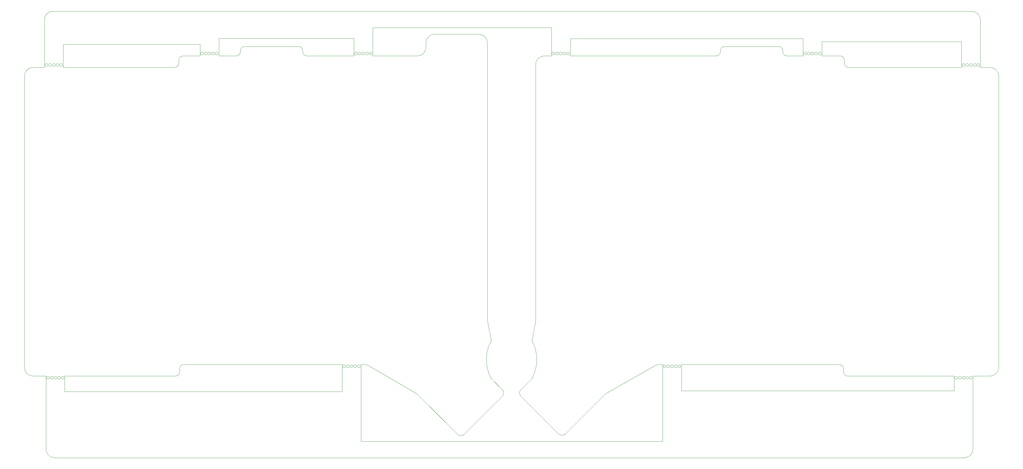
<source format=gbr>
%TF.GenerationSoftware,KiCad,Pcbnew,(5.1.10)-1*%
%TF.CreationDate,2021-09-03T09:57:26+02:00*%
%TF.ProjectId,T1,54312e6b-6963-4616-945f-706362585858,1.1*%
%TF.SameCoordinates,Original*%
%TF.FileFunction,Profile,NP*%
%FSLAX46Y46*%
G04 Gerber Fmt 4.6, Leading zero omitted, Abs format (unit mm)*
G04 Created by KiCad (PCBNEW (5.1.10)-1) date 2021-09-03 09:57:26*
%MOMM*%
%LPD*%
G01*
G04 APERTURE LIST*
%TA.AperFunction,Profile*%
%ADD10C,0.050000*%
%TD*%
G04 APERTURE END LIST*
D10*
X292620400Y-158607600D02*
G75*
G02*
X289953400Y-161274600I-2667000J0D01*
G01*
X8524400Y-161277000D02*
G75*
G02*
X5857400Y-158610000I0J2667000D01*
G01*
X292237000Y-23101600D02*
G75*
G02*
X294904000Y-25768600I0J-2667000D01*
G01*
X5347000Y-25771000D02*
G75*
G02*
X8014000Y-23104000I2667000J0D01*
G01*
X297923250Y-40503000D02*
X294907000Y-40503000D01*
X240043000Y-36947000D02*
X235058250Y-36947000D01*
X162192000Y-36947000D02*
X160001250Y-36947000D01*
X53480000Y-36947000D02*
X48209500Y-36947000D01*
X5347000Y-40503000D02*
X1854500Y-40503000D01*
X292621000Y-136007000D02*
X297923250Y-136007000D01*
X196609000Y-132451000D02*
X195688250Y-132448733D01*
X103264000Y-132451000D02*
X104216500Y-132448733D01*
X202451000Y-140579000D02*
X286779000Y-140579000D01*
X292621000Y-156200000D02*
X292620400Y-158607600D01*
X134252000Y-156200000D02*
X196609000Y-156200000D01*
X292621000Y-137277000D02*
X292621000Y-156200000D01*
X286779000Y-137277000D02*
X286779000Y-140579000D01*
X202451000Y-133721000D02*
X202451000Y-140579000D01*
X196609000Y-133721000D02*
X196609000Y-156200000D01*
X97422000Y-140833000D02*
X11570000Y-140833000D01*
X97422000Y-133721000D02*
X97422000Y-140833000D01*
X103264000Y-133721000D02*
X103264000Y-156200000D01*
X5855000Y-156200000D02*
X5857400Y-158610000D01*
X5855000Y-137277000D02*
X5855000Y-156200000D01*
X11570000Y-140833000D02*
X11570000Y-137277000D01*
X134252000Y-156200000D02*
X103264000Y-156200000D01*
X289953400Y-161274600D02*
X8524400Y-161277000D01*
X294904000Y-25768600D02*
X294907000Y-28184000D01*
X108217000Y-23104000D02*
X292237000Y-23101600D01*
X294907000Y-39233000D02*
X294907000Y-28184000D01*
X289065000Y-32502000D02*
X289065000Y-39233000D01*
X245885000Y-32502000D02*
X289065000Y-32502000D01*
X245885000Y-35677000D02*
X245885000Y-32502000D01*
X240043000Y-31613000D02*
X240043000Y-35677000D01*
X168034000Y-31613000D02*
X240043000Y-31613000D01*
X168034000Y-35550000D02*
X168034000Y-31613000D01*
X162192000Y-28184000D02*
X162192000Y-35677000D01*
X126505000Y-28184000D02*
X162192000Y-28184000D01*
X5347000Y-25771000D02*
X5347000Y-28184000D01*
X106947000Y-23104000D02*
X8014000Y-23104000D01*
X5347000Y-28311000D02*
X5347000Y-28184000D01*
X5347000Y-39233000D02*
X5347000Y-28311000D01*
X11189000Y-33391000D02*
X11189000Y-39233000D01*
X53480000Y-33391000D02*
X11189000Y-33391000D01*
X53480000Y-35677000D02*
X53480000Y-33391000D01*
X59322000Y-31486000D02*
X59322000Y-35677000D01*
X101105000Y-31486000D02*
X59322000Y-31486000D01*
X101105000Y-35677000D02*
X101105000Y-31486000D01*
X106947000Y-23104000D02*
X108217000Y-23104000D01*
X106947000Y-28184000D02*
X126505000Y-28184000D01*
X106947000Y-35677000D02*
X106947000Y-28184000D01*
X5347000Y-39233000D02*
X5347000Y-40503000D01*
X11189000Y-39233000D02*
X11189000Y-40503000D01*
X11011905Y-39741000D02*
G75*
G03*
X11011905Y-39741000I-457905J0D01*
G01*
X6439905Y-39741000D02*
G75*
G03*
X6439905Y-39741000I-457905J0D01*
G01*
X9868905Y-39741000D02*
G75*
G03*
X9868905Y-39741000I-457905J0D01*
G01*
X7582905Y-39741000D02*
G75*
G03*
X7582905Y-39741000I-457905J0D01*
G01*
X8725905Y-39741000D02*
G75*
G03*
X8725905Y-39741000I-457905J0D01*
G01*
X53480000Y-35677000D02*
X53480000Y-36947000D01*
X59322000Y-35677000D02*
X59322000Y-36947000D01*
X59144905Y-36185000D02*
G75*
G03*
X59144905Y-36185000I-457905J0D01*
G01*
X54572905Y-36185000D02*
G75*
G03*
X54572905Y-36185000I-457905J0D01*
G01*
X58001905Y-36185000D02*
G75*
G03*
X58001905Y-36185000I-457905J0D01*
G01*
X55715905Y-36185000D02*
G75*
G03*
X55715905Y-36185000I-457905J0D01*
G01*
X56858905Y-36185000D02*
G75*
G03*
X56858905Y-36185000I-457905J0D01*
G01*
X101105000Y-35677000D02*
X101105000Y-36947000D01*
X106947000Y-35677000D02*
X106947000Y-36947000D01*
X106769905Y-36185000D02*
G75*
G03*
X106769905Y-36185000I-457905J0D01*
G01*
X102197905Y-36185000D02*
G75*
G03*
X102197905Y-36185000I-457905J0D01*
G01*
X105626905Y-36185000D02*
G75*
G03*
X105626905Y-36185000I-457905J0D01*
G01*
X103340905Y-36185000D02*
G75*
G03*
X103340905Y-36185000I-457905J0D01*
G01*
X104483905Y-36185000D02*
G75*
G03*
X104483905Y-36185000I-457905J0D01*
G01*
X162192000Y-35677000D02*
X162192000Y-36947000D01*
X168034000Y-35550000D02*
X168034000Y-36947000D01*
X167856905Y-36185000D02*
G75*
G03*
X167856905Y-36185000I-457905J0D01*
G01*
X163284905Y-36185000D02*
G75*
G03*
X163284905Y-36185000I-457905J0D01*
G01*
X166713905Y-36185000D02*
G75*
G03*
X166713905Y-36185000I-457905J0D01*
G01*
X164427905Y-36185000D02*
G75*
G03*
X164427905Y-36185000I-457905J0D01*
G01*
X165570905Y-36185000D02*
G75*
G03*
X165570905Y-36185000I-457905J0D01*
G01*
X240043000Y-35677000D02*
X240043000Y-36947000D01*
X245885000Y-35677000D02*
X245885000Y-36947000D01*
X245707905Y-36185000D02*
G75*
G03*
X245707905Y-36185000I-457905J0D01*
G01*
X241135905Y-36185000D02*
G75*
G03*
X241135905Y-36185000I-457905J0D01*
G01*
X244564905Y-36185000D02*
G75*
G03*
X244564905Y-36185000I-457905J0D01*
G01*
X242278905Y-36185000D02*
G75*
G03*
X242278905Y-36185000I-457905J0D01*
G01*
X243421905Y-36185000D02*
G75*
G03*
X243421905Y-36185000I-457905J0D01*
G01*
X289065000Y-39233000D02*
X289065000Y-40503000D01*
X294907000Y-39233000D02*
X294907000Y-40503000D01*
X294729905Y-39741000D02*
G75*
G03*
X294729905Y-39741000I-457905J0D01*
G01*
X290157905Y-39741000D02*
G75*
G03*
X290157905Y-39741000I-457905J0D01*
G01*
X293586905Y-39741000D02*
G75*
G03*
X293586905Y-39741000I-457905J0D01*
G01*
X291300905Y-39741000D02*
G75*
G03*
X291300905Y-39741000I-457905J0D01*
G01*
X292443905Y-39741000D02*
G75*
G03*
X292443905Y-39741000I-457905J0D01*
G01*
X286779000Y-136007000D02*
X286779000Y-137277000D01*
X292621000Y-136007000D02*
X292621000Y-137277000D01*
X292443905Y-136515000D02*
G75*
G03*
X292443905Y-136515000I-457905J0D01*
G01*
X287871905Y-136515000D02*
G75*
G03*
X287871905Y-136515000I-457905J0D01*
G01*
X291300905Y-136515000D02*
G75*
G03*
X291300905Y-136515000I-457905J0D01*
G01*
X289014905Y-136515000D02*
G75*
G03*
X289014905Y-136515000I-457905J0D01*
G01*
X290157905Y-136515000D02*
G75*
G03*
X290157905Y-136515000I-457905J0D01*
G01*
X196609000Y-132451000D02*
X196609000Y-133721000D01*
X202451000Y-132451000D02*
X202451000Y-133721000D01*
X202273905Y-132959000D02*
G75*
G03*
X202273905Y-132959000I-457905J0D01*
G01*
X197701905Y-132959000D02*
G75*
G03*
X197701905Y-132959000I-457905J0D01*
G01*
X201130905Y-132959000D02*
G75*
G03*
X201130905Y-132959000I-457905J0D01*
G01*
X198844905Y-132959000D02*
G75*
G03*
X198844905Y-132959000I-457905J0D01*
G01*
X199987905Y-132959000D02*
G75*
G03*
X199987905Y-132959000I-457905J0D01*
G01*
X97422000Y-132451000D02*
X97422000Y-133721000D01*
X103264000Y-132451000D02*
X103264000Y-133721000D01*
X103086905Y-132959000D02*
G75*
G03*
X103086905Y-132959000I-457905J0D01*
G01*
X98514905Y-132959000D02*
G75*
G03*
X98514905Y-132959000I-457905J0D01*
G01*
X101943905Y-132959000D02*
G75*
G03*
X101943905Y-132959000I-457905J0D01*
G01*
X99657905Y-132959000D02*
G75*
G03*
X99657905Y-132959000I-457905J0D01*
G01*
X100800905Y-132959000D02*
G75*
G03*
X100800905Y-132959000I-457905J0D01*
G01*
X11570000Y-136007000D02*
X11570000Y-137277000D01*
X11570000Y-136007000D02*
X45923500Y-136007000D01*
X5855000Y-136007000D02*
X5855000Y-137277000D01*
X1854500Y-136007000D02*
X5855000Y-136007000D01*
X6897810Y-136515000D02*
G75*
G03*
X6897810Y-136515000I-457905J0D01*
G01*
X11469810Y-136515000D02*
G75*
G03*
X11469810Y-136515000I-457905J0D01*
G01*
X9183810Y-136515000D02*
G75*
G03*
X9183810Y-136515000I-457905J0D01*
G01*
X10326810Y-136515000D02*
G75*
G03*
X10326810Y-136515000I-457905J0D01*
G01*
X8040810Y-136515000D02*
G75*
G03*
X8040810Y-136515000I-457905J0D01*
G01*
X143586501Y-125085000D02*
G75*
G03*
X143586501Y-136768999I10667999J-5842000D01*
G01*
X156191249Y-125085000D02*
G75*
G02*
X156191249Y-136768999I-10667999J-5842000D01*
G01*
X193656250Y-133086000D02*
X179178250Y-141341000D01*
X195688250Y-132448733D02*
G75*
G03*
X193656250Y-133086000I0J-3558267D01*
G01*
X152762250Y-142229998D02*
G75*
G02*
X152762250Y-140198000I1015999J1015999D01*
G01*
X297923250Y-40503000D02*
G75*
G02*
X300590250Y-43170000I0J-2667000D01*
G01*
X300590250Y-133340000D02*
G75*
G02*
X297923250Y-136007000I-2667000J0D01*
G01*
X251314250Y-132451000D02*
G75*
G02*
X252584250Y-133721000I0J-1270000D01*
G01*
X253854250Y-136007000D02*
G75*
G02*
X252584250Y-134737000I0J1270000D01*
G01*
X254108250Y-40503000D02*
G75*
G02*
X252838250Y-39233000I0J1270000D01*
G01*
X251568250Y-36947000D02*
G75*
G02*
X252838250Y-38217000I0J-1270000D01*
G01*
X235058250Y-36947000D02*
G75*
G02*
X233788250Y-35677000I0J1270000D01*
G01*
X232518250Y-34026000D02*
G75*
G02*
X233788250Y-35296000I0J-1270000D01*
G01*
X214484250Y-35677000D02*
X214484250Y-35296000D01*
X214484250Y-35296000D02*
G75*
G02*
X215754250Y-34026000I1270000J0D01*
G01*
X214484250Y-35677000D02*
G75*
G02*
X213214250Y-36947000I-1270000J0D01*
G01*
X147015500Y-140198002D02*
X143586500Y-136769000D01*
X147015500Y-140198002D02*
G75*
G02*
X147015500Y-142230000I-1015999J-1015999D01*
G01*
X166478250Y-153914000D02*
G75*
G02*
X164446252Y-153914000I-1015999J1015999D01*
G01*
X135204500Y-154041000D02*
G75*
G02*
X133172502Y-154041000I-1015999J1015999D01*
G01*
X120599500Y-141468000D02*
X133172500Y-154041000D01*
X106248500Y-133086000D02*
X106629500Y-133340000D01*
X107518500Y-133848000D02*
X120599500Y-141468000D01*
X107518500Y-133848000D02*
X106629500Y-133340000D01*
X104216500Y-132448733D02*
G75*
G02*
X106248500Y-133086000I0J-3558267D01*
G01*
X1854500Y-136007000D02*
G75*
G02*
X-812500Y-133340000I0J2667000D01*
G01*
X-812500Y-43170000D02*
G75*
G02*
X1854500Y-40503000I2667000J0D01*
G01*
X47193500Y-133721000D02*
G75*
G02*
X48463500Y-132451000I1270000J0D01*
G01*
X47193500Y-134737000D02*
G75*
G02*
X45923500Y-136007000I-1270000J0D01*
G01*
X46939500Y-39233000D02*
G75*
G02*
X45669500Y-40503000I-1270000J0D01*
G01*
X46939500Y-38217000D02*
G75*
G02*
X48209500Y-36947000I1270000J0D01*
G01*
X65989500Y-35677000D02*
G75*
G02*
X64719500Y-36947000I-1270000J0D01*
G01*
X86563500Y-36947000D02*
G75*
G02*
X85293500Y-35677000I0J1270000D01*
G01*
X65989500Y-35296000D02*
G75*
G02*
X67259500Y-34026000I1270000J0D01*
G01*
X84023500Y-34026000D02*
G75*
G02*
X85293500Y-35296000I0J-1270000D01*
G01*
X120726500Y-36947000D02*
X106947000Y-36947000D01*
X123393500Y-34280000D02*
X123393500Y-32893000D01*
X123393500Y-34280000D02*
G75*
G02*
X120726500Y-36947000I-2667000J0D01*
G01*
X157334250Y-39614000D02*
G75*
G02*
X160001250Y-36947000I2667000J0D01*
G01*
X139776500Y-30216000D02*
X126060500Y-30216000D01*
X123393519Y-32893000D02*
G75*
G02*
X126060500Y-30216000I2666981J10000D01*
G01*
X142443500Y-38725000D02*
X142443500Y-32893000D01*
X139776500Y-30215981D02*
G75*
G02*
X142443500Y-32893000I0J-2667019D01*
G01*
X85293500Y-35677000D02*
X85293500Y-35296000D01*
X101105000Y-36947000D02*
X86563500Y-36947000D01*
X84023500Y-34026000D02*
X67259500Y-34026000D01*
X65989500Y-35296000D02*
X65989500Y-35677000D01*
X152762250Y-140198000D02*
X156191250Y-136769000D01*
X164446252Y-153914000D02*
X152762250Y-142229998D01*
X178924250Y-141468000D02*
X166478250Y-153914000D01*
X179178250Y-141341000D02*
X178924250Y-141468000D01*
X214738250Y-132451000D02*
X202451000Y-132451000D01*
X233534250Y-132451000D02*
X214738250Y-132451000D01*
X251314250Y-132451000D02*
X233534250Y-132451000D01*
X252584250Y-134737000D02*
X252584250Y-133721000D01*
X286779000Y-136007000D02*
X253854250Y-136007000D01*
X300590250Y-43170000D02*
X300590250Y-133340000D01*
X254108250Y-40503000D02*
X289065000Y-40503000D01*
X252838250Y-38217000D02*
X252838250Y-39233000D01*
X245885000Y-36947000D02*
X251568250Y-36947000D01*
X233788250Y-35296000D02*
X233788250Y-35677000D01*
X157334250Y-39614000D02*
X157334250Y-40503000D01*
X213214250Y-36947000D02*
X168034000Y-36947000D01*
X232518250Y-34026000D02*
X215754250Y-34026000D01*
X157334250Y-116068000D02*
X157334250Y-40503000D01*
X157334250Y-118862000D02*
X156191250Y-125085000D01*
X157334250Y-116957000D02*
X157334250Y-118862000D01*
X157334250Y-116068000D02*
X157334250Y-116957000D01*
X142443500Y-116195000D02*
X142443500Y-41138000D01*
X142443500Y-118989000D02*
X143586500Y-125085000D01*
X142443500Y-116957000D02*
X142443500Y-118989000D01*
X142443500Y-116195000D02*
X142443500Y-116957000D01*
X135204500Y-154041000D02*
X147015500Y-142230000D01*
X85039500Y-132451000D02*
X97422000Y-132451000D01*
X66243500Y-132451000D02*
X85039500Y-132451000D01*
X48463500Y-132451000D02*
X66243500Y-132451000D01*
X47193500Y-134737000D02*
X47193500Y-133721000D01*
X-812500Y-43170000D02*
X-812500Y-133340000D01*
X45669500Y-40503000D02*
X11189000Y-40503000D01*
X46939500Y-38217000D02*
X46939500Y-39233000D01*
X64719500Y-36947000D02*
X59322000Y-36947000D01*
X142443500Y-41138000D02*
X142443500Y-38725000D01*
M02*

</source>
